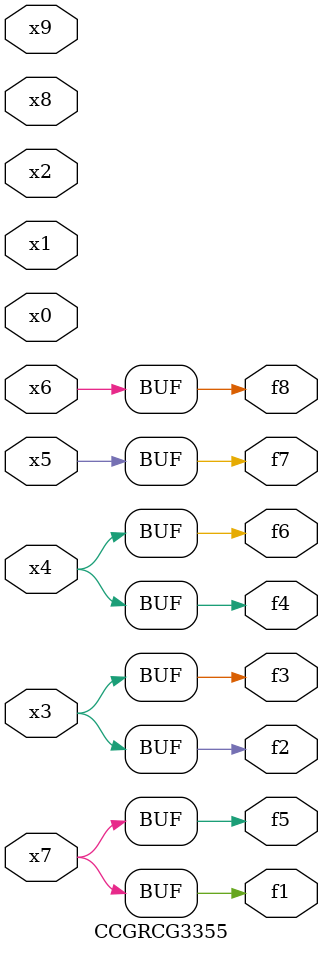
<source format=v>
module CCGRCG3355(
	input x0, x1, x2, x3, x4, x5, x6, x7, x8, x9,
	output f1, f2, f3, f4, f5, f6, f7, f8
);
	assign f1 = x7;
	assign f2 = x3;
	assign f3 = x3;
	assign f4 = x4;
	assign f5 = x7;
	assign f6 = x4;
	assign f7 = x5;
	assign f8 = x6;
endmodule

</source>
